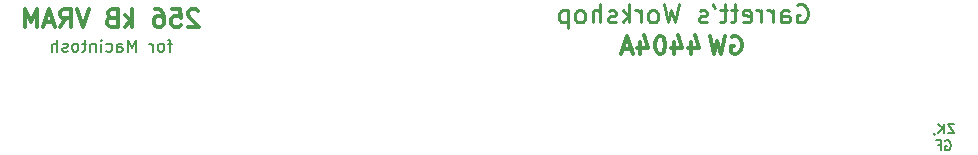
<source format=gbo>
G04 #@! TF.GenerationSoftware,KiCad,Pcbnew,(5.1.10-1-10_14)*
G04 #@! TF.CreationDate,2021-07-01T18:54:41-04:00*
G04 #@! TF.ProjectId,MacVRAMSIMM,4d616356-5241-44d5-9349-4d4d2e6b6963,1.0*
G04 #@! TF.SameCoordinates,Original*
G04 #@! TF.FileFunction,Legend,Bot*
G04 #@! TF.FilePolarity,Positive*
%FSLAX46Y46*%
G04 Gerber Fmt 4.6, Leading zero omitted, Abs format (unit mm)*
G04 Created by KiCad (PCBNEW (5.1.10-1-10_14)) date 2021-07-01 18:54:41*
%MOMM*%
%LPD*%
G01*
G04 APERTURE LIST*
%ADD10C,0.203200*%
%ADD11C,0.300000*%
%ADD12C,0.225000*%
%ADD13C,0.175000*%
%ADD14C,2.150000*%
G04 APERTURE END LIST*
D10*
X168891857Y-124192695D02*
X168349990Y-124192695D01*
X168891857Y-125005495D01*
X168349990Y-125005495D01*
X168040352Y-125005495D02*
X168040352Y-124192695D01*
X167575895Y-125005495D02*
X167924238Y-124541038D01*
X167575895Y-124192695D02*
X168040352Y-124657152D01*
X167188847Y-124966790D02*
X167188847Y-125005495D01*
X167227552Y-125082904D01*
X167266257Y-125121609D01*
X168156466Y-125653800D02*
X168233876Y-125615095D01*
X168349990Y-125615095D01*
X168466104Y-125653800D01*
X168543514Y-125731209D01*
X168582219Y-125808619D01*
X168620923Y-125963438D01*
X168620923Y-126079552D01*
X168582219Y-126234371D01*
X168543514Y-126311780D01*
X168466104Y-126389190D01*
X168349990Y-126427895D01*
X168272580Y-126427895D01*
X168156466Y-126389190D01*
X168117761Y-126350485D01*
X168117761Y-126079552D01*
X168272580Y-126079552D01*
X167498485Y-126002142D02*
X167769419Y-126002142D01*
X167769419Y-126427895D02*
X167769419Y-125615095D01*
X167382371Y-125615095D01*
D11*
X146590786Y-117280571D02*
X146590786Y-118280571D01*
X146947928Y-116709142D02*
X147305071Y-117780571D01*
X146376500Y-117780571D01*
X145162214Y-117280571D02*
X145162214Y-118280571D01*
X145519357Y-116709142D02*
X145876500Y-117780571D01*
X144947928Y-117780571D01*
X144090786Y-116780571D02*
X143947928Y-116780571D01*
X143805071Y-116852000D01*
X143733643Y-116923428D01*
X143662214Y-117066285D01*
X143590786Y-117352000D01*
X143590786Y-117709142D01*
X143662214Y-117994857D01*
X143733643Y-118137714D01*
X143805071Y-118209142D01*
X143947928Y-118280571D01*
X144090786Y-118280571D01*
X144233643Y-118209142D01*
X144305071Y-118137714D01*
X144376500Y-117994857D01*
X144447928Y-117709142D01*
X144447928Y-117352000D01*
X144376500Y-117066285D01*
X144305071Y-116923428D01*
X144233643Y-116852000D01*
X144090786Y-116780571D01*
X142305071Y-117280571D02*
X142305071Y-118280571D01*
X142662214Y-116709142D02*
X143019357Y-117780571D01*
X142090786Y-117780571D01*
X141590786Y-117852000D02*
X140876500Y-117852000D01*
X141733643Y-118280571D02*
X141233643Y-116780571D01*
X140733643Y-118280571D01*
X104902000Y-114626571D02*
X104829428Y-114554000D01*
X104684285Y-114481428D01*
X104321428Y-114481428D01*
X104176285Y-114554000D01*
X104103714Y-114626571D01*
X104031142Y-114771714D01*
X104031142Y-114916857D01*
X104103714Y-115134571D01*
X104974571Y-116005428D01*
X104031142Y-116005428D01*
X102652285Y-114481428D02*
X103378000Y-114481428D01*
X103450571Y-115207142D01*
X103378000Y-115134571D01*
X103232857Y-115062000D01*
X102870000Y-115062000D01*
X102724857Y-115134571D01*
X102652285Y-115207142D01*
X102579714Y-115352285D01*
X102579714Y-115715142D01*
X102652285Y-115860285D01*
X102724857Y-115932857D01*
X102870000Y-116005428D01*
X103232857Y-116005428D01*
X103378000Y-115932857D01*
X103450571Y-115860285D01*
X101273428Y-114481428D02*
X101563714Y-114481428D01*
X101708857Y-114554000D01*
X101781428Y-114626571D01*
X101926571Y-114844285D01*
X101999142Y-115134571D01*
X101999142Y-115715142D01*
X101926571Y-115860285D01*
X101854000Y-115932857D01*
X101708857Y-116005428D01*
X101418571Y-116005428D01*
X101273428Y-115932857D01*
X101200857Y-115860285D01*
X101128285Y-115715142D01*
X101128285Y-115352285D01*
X101200857Y-115207142D01*
X101273428Y-115134571D01*
X101418571Y-115062000D01*
X101708857Y-115062000D01*
X101854000Y-115134571D01*
X101926571Y-115207142D01*
X101999142Y-115352285D01*
X99314000Y-116005428D02*
X99314000Y-114481428D01*
X99168857Y-115424857D02*
X98733428Y-116005428D01*
X98733428Y-114989428D02*
X99314000Y-115570000D01*
X97572285Y-115207142D02*
X97354571Y-115279714D01*
X97282000Y-115352285D01*
X97209428Y-115497428D01*
X97209428Y-115715142D01*
X97282000Y-115860285D01*
X97354571Y-115932857D01*
X97499714Y-116005428D01*
X98080285Y-116005428D01*
X98080285Y-114481428D01*
X97572285Y-114481428D01*
X97427142Y-114554000D01*
X97354571Y-114626571D01*
X97282000Y-114771714D01*
X97282000Y-114916857D01*
X97354571Y-115062000D01*
X97427142Y-115134571D01*
X97572285Y-115207142D01*
X98080285Y-115207142D01*
X95612857Y-114481428D02*
X95104857Y-116005428D01*
X94596857Y-114481428D01*
X93218000Y-116005428D02*
X93726000Y-115279714D01*
X94088857Y-116005428D02*
X94088857Y-114481428D01*
X93508285Y-114481428D01*
X93363142Y-114554000D01*
X93290571Y-114626571D01*
X93218000Y-114771714D01*
X93218000Y-114989428D01*
X93290571Y-115134571D01*
X93363142Y-115207142D01*
X93508285Y-115279714D01*
X94088857Y-115279714D01*
X92637428Y-115570000D02*
X91911714Y-115570000D01*
X92782571Y-116005428D02*
X92274571Y-114481428D01*
X91766571Y-116005428D01*
X91258571Y-116005428D02*
X91258571Y-114481428D01*
X90750571Y-115570000D01*
X90242571Y-114481428D01*
X90242571Y-116005428D01*
D10*
X102688571Y-117409685D02*
X102301523Y-117409685D01*
X102543428Y-118087019D02*
X102543428Y-117216161D01*
X102495047Y-117119400D01*
X102398285Y-117071019D01*
X102301523Y-117071019D01*
X101817714Y-118087019D02*
X101914476Y-118038638D01*
X101962857Y-117990257D01*
X102011238Y-117893495D01*
X102011238Y-117603209D01*
X101962857Y-117506447D01*
X101914476Y-117458066D01*
X101817714Y-117409685D01*
X101672571Y-117409685D01*
X101575809Y-117458066D01*
X101527428Y-117506447D01*
X101479047Y-117603209D01*
X101479047Y-117893495D01*
X101527428Y-117990257D01*
X101575809Y-118038638D01*
X101672571Y-118087019D01*
X101817714Y-118087019D01*
X101043619Y-118087019D02*
X101043619Y-117409685D01*
X101043619Y-117603209D02*
X100995238Y-117506447D01*
X100946857Y-117458066D01*
X100850095Y-117409685D01*
X100753333Y-117409685D01*
X99640571Y-118087019D02*
X99640571Y-117071019D01*
X99301904Y-117796733D01*
X98963238Y-117071019D01*
X98963238Y-118087019D01*
X98044000Y-118087019D02*
X98044000Y-117554828D01*
X98092380Y-117458066D01*
X98189142Y-117409685D01*
X98382666Y-117409685D01*
X98479428Y-117458066D01*
X98044000Y-118038638D02*
X98140761Y-118087019D01*
X98382666Y-118087019D01*
X98479428Y-118038638D01*
X98527809Y-117941876D01*
X98527809Y-117845114D01*
X98479428Y-117748352D01*
X98382666Y-117699971D01*
X98140761Y-117699971D01*
X98044000Y-117651590D01*
X97124761Y-118038638D02*
X97221523Y-118087019D01*
X97415047Y-118087019D01*
X97511809Y-118038638D01*
X97560190Y-117990257D01*
X97608571Y-117893495D01*
X97608571Y-117603209D01*
X97560190Y-117506447D01*
X97511809Y-117458066D01*
X97415047Y-117409685D01*
X97221523Y-117409685D01*
X97124761Y-117458066D01*
X96689333Y-118087019D02*
X96689333Y-117409685D01*
X96689333Y-117071019D02*
X96737714Y-117119400D01*
X96689333Y-117167780D01*
X96640952Y-117119400D01*
X96689333Y-117071019D01*
X96689333Y-117167780D01*
X96205523Y-117409685D02*
X96205523Y-118087019D01*
X96205523Y-117506447D02*
X96157142Y-117458066D01*
X96060380Y-117409685D01*
X95915238Y-117409685D01*
X95818476Y-117458066D01*
X95770095Y-117554828D01*
X95770095Y-118087019D01*
X95431428Y-117409685D02*
X95044380Y-117409685D01*
X95286285Y-117071019D02*
X95286285Y-117941876D01*
X95237904Y-118038638D01*
X95141142Y-118087019D01*
X95044380Y-118087019D01*
X94560571Y-118087019D02*
X94657333Y-118038638D01*
X94705714Y-117990257D01*
X94754095Y-117893495D01*
X94754095Y-117603209D01*
X94705714Y-117506447D01*
X94657333Y-117458066D01*
X94560571Y-117409685D01*
X94415428Y-117409685D01*
X94318666Y-117458066D01*
X94270285Y-117506447D01*
X94221904Y-117603209D01*
X94221904Y-117893495D01*
X94270285Y-117990257D01*
X94318666Y-118038638D01*
X94415428Y-118087019D01*
X94560571Y-118087019D01*
X93834857Y-118038638D02*
X93738095Y-118087019D01*
X93544571Y-118087019D01*
X93447809Y-118038638D01*
X93399428Y-117941876D01*
X93399428Y-117893495D01*
X93447809Y-117796733D01*
X93544571Y-117748352D01*
X93689714Y-117748352D01*
X93786476Y-117699971D01*
X93834857Y-117603209D01*
X93834857Y-117554828D01*
X93786476Y-117458066D01*
X93689714Y-117409685D01*
X93544571Y-117409685D01*
X93447809Y-117458066D01*
X92964000Y-118087019D02*
X92964000Y-117071019D01*
X92528571Y-118087019D02*
X92528571Y-117554828D01*
X92576952Y-117458066D01*
X92673714Y-117409685D01*
X92818857Y-117409685D01*
X92915619Y-117458066D01*
X92964000Y-117506447D01*
D11*
X150072642Y-116852000D02*
X150215499Y-116780571D01*
X150429785Y-116780571D01*
X150644071Y-116852000D01*
X150786928Y-116994857D01*
X150858356Y-117137714D01*
X150929785Y-117423428D01*
X150929785Y-117637714D01*
X150858356Y-117923428D01*
X150786928Y-118066285D01*
X150644071Y-118209142D01*
X150429785Y-118280571D01*
X150286928Y-118280571D01*
X150072642Y-118209142D01*
X150001214Y-118137714D01*
X150001214Y-117637714D01*
X150286928Y-117637714D01*
X149501214Y-116780571D02*
X149144071Y-118280571D01*
X148858356Y-117209142D01*
X148572642Y-118280571D01*
X148215499Y-116780571D01*
D12*
X155638500Y-114173000D02*
X155783642Y-114100428D01*
X156001357Y-114100428D01*
X156219071Y-114173000D01*
X156364214Y-114318142D01*
X156436785Y-114463285D01*
X156509357Y-114753571D01*
X156509357Y-114971285D01*
X156436785Y-115261571D01*
X156364214Y-115406714D01*
X156219071Y-115551857D01*
X156001357Y-115624428D01*
X155856214Y-115624428D01*
X155638500Y-115551857D01*
X155565928Y-115479285D01*
X155565928Y-114971285D01*
X155856214Y-114971285D01*
X154259642Y-115624428D02*
X154259642Y-114826142D01*
X154332214Y-114681000D01*
X154477357Y-114608428D01*
X154767642Y-114608428D01*
X154912785Y-114681000D01*
X154259642Y-115551857D02*
X154404785Y-115624428D01*
X154767642Y-115624428D01*
X154912785Y-115551857D01*
X154985357Y-115406714D01*
X154985357Y-115261571D01*
X154912785Y-115116428D01*
X154767642Y-115043857D01*
X154404785Y-115043857D01*
X154259642Y-114971285D01*
X153533928Y-115624428D02*
X153533928Y-114608428D01*
X153533928Y-114898714D02*
X153461357Y-114753571D01*
X153388785Y-114681000D01*
X153243642Y-114608428D01*
X153098500Y-114608428D01*
X152590500Y-115624428D02*
X152590500Y-114608428D01*
X152590500Y-114898714D02*
X152517928Y-114753571D01*
X152445357Y-114681000D01*
X152300214Y-114608428D01*
X152155071Y-114608428D01*
X151066500Y-115551857D02*
X151211642Y-115624428D01*
X151501928Y-115624428D01*
X151647071Y-115551857D01*
X151719642Y-115406714D01*
X151719642Y-114826142D01*
X151647071Y-114681000D01*
X151501928Y-114608428D01*
X151211642Y-114608428D01*
X151066500Y-114681000D01*
X150993928Y-114826142D01*
X150993928Y-114971285D01*
X151719642Y-115116428D01*
X150558500Y-114608428D02*
X149977928Y-114608428D01*
X150340785Y-114100428D02*
X150340785Y-115406714D01*
X150268214Y-115551857D01*
X150123071Y-115624428D01*
X149977928Y-115624428D01*
X149687642Y-114608428D02*
X149107071Y-114608428D01*
X149469928Y-114100428D02*
X149469928Y-115406714D01*
X149397357Y-115551857D01*
X149252214Y-115624428D01*
X149107071Y-115624428D01*
X148526500Y-114100428D02*
X148526500Y-114173000D01*
X148599071Y-114318142D01*
X148671642Y-114390714D01*
X147945928Y-115551857D02*
X147800785Y-115624428D01*
X147510500Y-115624428D01*
X147365357Y-115551857D01*
X147292785Y-115406714D01*
X147292785Y-115334142D01*
X147365357Y-115189000D01*
X147510500Y-115116428D01*
X147728214Y-115116428D01*
X147873357Y-115043857D01*
X147945928Y-114898714D01*
X147945928Y-114826142D01*
X147873357Y-114681000D01*
X147728214Y-114608428D01*
X147510500Y-114608428D01*
X147365357Y-114681000D01*
X145623642Y-114100428D02*
X145260785Y-115624428D01*
X144970500Y-114535857D01*
X144680214Y-115624428D01*
X144317357Y-114100428D01*
X143519071Y-115624428D02*
X143664214Y-115551857D01*
X143736785Y-115479285D01*
X143809357Y-115334142D01*
X143809357Y-114898714D01*
X143736785Y-114753571D01*
X143664214Y-114681000D01*
X143519071Y-114608428D01*
X143301357Y-114608428D01*
X143156214Y-114681000D01*
X143083642Y-114753571D01*
X143011071Y-114898714D01*
X143011071Y-115334142D01*
X143083642Y-115479285D01*
X143156214Y-115551857D01*
X143301357Y-115624428D01*
X143519071Y-115624428D01*
X142357928Y-115624428D02*
X142357928Y-114608428D01*
X142357928Y-114898714D02*
X142285357Y-114753571D01*
X142212785Y-114681000D01*
X142067642Y-114608428D01*
X141922500Y-114608428D01*
X141414500Y-115624428D02*
X141414500Y-114100428D01*
X141269357Y-115043857D02*
X140833928Y-115624428D01*
X140833928Y-114608428D02*
X141414500Y-115189000D01*
X140253357Y-115551857D02*
X140108214Y-115624428D01*
X139817928Y-115624428D01*
X139672785Y-115551857D01*
X139600214Y-115406714D01*
X139600214Y-115334142D01*
X139672785Y-115189000D01*
X139817928Y-115116428D01*
X140035642Y-115116428D01*
X140180785Y-115043857D01*
X140253357Y-114898714D01*
X140253357Y-114826142D01*
X140180785Y-114681000D01*
X140035642Y-114608428D01*
X139817928Y-114608428D01*
X139672785Y-114681000D01*
X138947071Y-115624428D02*
X138947071Y-114100428D01*
X138293928Y-115624428D02*
X138293928Y-114826142D01*
X138366500Y-114681000D01*
X138511642Y-114608428D01*
X138729357Y-114608428D01*
X138874500Y-114681000D01*
X138947071Y-114753571D01*
X137350500Y-115624428D02*
X137495642Y-115551857D01*
X137568214Y-115479285D01*
X137640785Y-115334142D01*
X137640785Y-114898714D01*
X137568214Y-114753571D01*
X137495642Y-114681000D01*
X137350500Y-114608428D01*
X137132785Y-114608428D01*
X136987642Y-114681000D01*
X136915071Y-114753571D01*
X136842500Y-114898714D01*
X136842500Y-115334142D01*
X136915071Y-115479285D01*
X136987642Y-115551857D01*
X137132785Y-115624428D01*
X137350500Y-115624428D01*
X136189357Y-114608428D02*
X136189357Y-116132428D01*
X136189357Y-114681000D02*
X136044214Y-114608428D01*
X135753928Y-114608428D01*
X135608785Y-114681000D01*
X135536214Y-114753571D01*
X135463642Y-114898714D01*
X135463642Y-115334142D01*
X135536214Y-115479285D01*
X135608785Y-115551857D01*
X135753928Y-115624428D01*
X136044214Y-115624428D01*
X136189357Y-115551857D01*
%LPC*%
D13*
G36*
X165735000Y-127635000D02*
G01*
X123825000Y-127635000D01*
X123317000Y-125031500D01*
X166243000Y-125031500D01*
X165735000Y-127635000D01*
G37*
X165735000Y-127635000D02*
X123825000Y-127635000D01*
X123317000Y-125031500D01*
X166243000Y-125031500D01*
X165735000Y-127635000D01*
G36*
X117475000Y-127635000D02*
G01*
X75565000Y-127635000D01*
X75057000Y-125031500D01*
X117983000Y-125031500D01*
X117475000Y-127635000D01*
G37*
X117475000Y-127635000D02*
X75565000Y-127635000D01*
X75057000Y-125031500D01*
X117983000Y-125031500D01*
X117475000Y-127635000D01*
G36*
G01*
X165139300Y-127233440D02*
X165139300Y-124988560D01*
G75*
G02*
X165615860Y-124512000I476560J0D01*
G01*
X165854140Y-124512000D01*
G75*
G02*
X166330700Y-124988560I0J-476560D01*
G01*
X166330700Y-127233440D01*
G75*
G02*
X165854140Y-127710000I-476560J0D01*
G01*
X165615860Y-127710000D01*
G75*
G02*
X165139300Y-127233440I0J476560D01*
G01*
G37*
G36*
G01*
X163869300Y-127233440D02*
X163869300Y-124988560D01*
G75*
G02*
X164345860Y-124512000I476560J0D01*
G01*
X164584140Y-124512000D01*
G75*
G02*
X165060700Y-124988560I0J-476560D01*
G01*
X165060700Y-127233440D01*
G75*
G02*
X164584140Y-127710000I-476560J0D01*
G01*
X164345860Y-127710000D01*
G75*
G02*
X163869300Y-127233440I0J476560D01*
G01*
G37*
G36*
G01*
X162599300Y-127233440D02*
X162599300Y-124988560D01*
G75*
G02*
X163075860Y-124512000I476560J0D01*
G01*
X163314140Y-124512000D01*
G75*
G02*
X163790700Y-124988560I0J-476560D01*
G01*
X163790700Y-127233440D01*
G75*
G02*
X163314140Y-127710000I-476560J0D01*
G01*
X163075860Y-127710000D01*
G75*
G02*
X162599300Y-127233440I0J476560D01*
G01*
G37*
G36*
G01*
X161329300Y-127233440D02*
X161329300Y-124988560D01*
G75*
G02*
X161805860Y-124512000I476560J0D01*
G01*
X162044140Y-124512000D01*
G75*
G02*
X162520700Y-124988560I0J-476560D01*
G01*
X162520700Y-127233440D01*
G75*
G02*
X162044140Y-127710000I-476560J0D01*
G01*
X161805860Y-127710000D01*
G75*
G02*
X161329300Y-127233440I0J476560D01*
G01*
G37*
G36*
G01*
X160059300Y-127233440D02*
X160059300Y-124988560D01*
G75*
G02*
X160535860Y-124512000I476560J0D01*
G01*
X160774140Y-124512000D01*
G75*
G02*
X161250700Y-124988560I0J-476560D01*
G01*
X161250700Y-127233440D01*
G75*
G02*
X160774140Y-127710000I-476560J0D01*
G01*
X160535860Y-127710000D01*
G75*
G02*
X160059300Y-127233440I0J476560D01*
G01*
G37*
G36*
G01*
X158789300Y-127233440D02*
X158789300Y-124988560D01*
G75*
G02*
X159265860Y-124512000I476560J0D01*
G01*
X159504140Y-124512000D01*
G75*
G02*
X159980700Y-124988560I0J-476560D01*
G01*
X159980700Y-127233440D01*
G75*
G02*
X159504140Y-127710000I-476560J0D01*
G01*
X159265860Y-127710000D01*
G75*
G02*
X158789300Y-127233440I0J476560D01*
G01*
G37*
G36*
G01*
X157519300Y-127233440D02*
X157519300Y-124988560D01*
G75*
G02*
X157995860Y-124512000I476560J0D01*
G01*
X158234140Y-124512000D01*
G75*
G02*
X158710700Y-124988560I0J-476560D01*
G01*
X158710700Y-127233440D01*
G75*
G02*
X158234140Y-127710000I-476560J0D01*
G01*
X157995860Y-127710000D01*
G75*
G02*
X157519300Y-127233440I0J476560D01*
G01*
G37*
G36*
G01*
X156249300Y-127233440D02*
X156249300Y-124988560D01*
G75*
G02*
X156725860Y-124512000I476560J0D01*
G01*
X156964140Y-124512000D01*
G75*
G02*
X157440700Y-124988560I0J-476560D01*
G01*
X157440700Y-127233440D01*
G75*
G02*
X156964140Y-127710000I-476560J0D01*
G01*
X156725860Y-127710000D01*
G75*
G02*
X156249300Y-127233440I0J476560D01*
G01*
G37*
G36*
G01*
X154979300Y-127233440D02*
X154979300Y-124988560D01*
G75*
G02*
X155455860Y-124512000I476560J0D01*
G01*
X155694140Y-124512000D01*
G75*
G02*
X156170700Y-124988560I0J-476560D01*
G01*
X156170700Y-127233440D01*
G75*
G02*
X155694140Y-127710000I-476560J0D01*
G01*
X155455860Y-127710000D01*
G75*
G02*
X154979300Y-127233440I0J476560D01*
G01*
G37*
G36*
G01*
X153709300Y-127233440D02*
X153709300Y-124988560D01*
G75*
G02*
X154185860Y-124512000I476560J0D01*
G01*
X154424140Y-124512000D01*
G75*
G02*
X154900700Y-124988560I0J-476560D01*
G01*
X154900700Y-127233440D01*
G75*
G02*
X154424140Y-127710000I-476560J0D01*
G01*
X154185860Y-127710000D01*
G75*
G02*
X153709300Y-127233440I0J476560D01*
G01*
G37*
G36*
G01*
X152439300Y-127233440D02*
X152439300Y-124988560D01*
G75*
G02*
X152915860Y-124512000I476560J0D01*
G01*
X153154140Y-124512000D01*
G75*
G02*
X153630700Y-124988560I0J-476560D01*
G01*
X153630700Y-127233440D01*
G75*
G02*
X153154140Y-127710000I-476560J0D01*
G01*
X152915860Y-127710000D01*
G75*
G02*
X152439300Y-127233440I0J476560D01*
G01*
G37*
G36*
G01*
X151169300Y-127233440D02*
X151169300Y-124988560D01*
G75*
G02*
X151645860Y-124512000I476560J0D01*
G01*
X151884140Y-124512000D01*
G75*
G02*
X152360700Y-124988560I0J-476560D01*
G01*
X152360700Y-127233440D01*
G75*
G02*
X151884140Y-127710000I-476560J0D01*
G01*
X151645860Y-127710000D01*
G75*
G02*
X151169300Y-127233440I0J476560D01*
G01*
G37*
G36*
G01*
X149899300Y-127233440D02*
X149899300Y-124988560D01*
G75*
G02*
X150375860Y-124512000I476560J0D01*
G01*
X150614140Y-124512000D01*
G75*
G02*
X151090700Y-124988560I0J-476560D01*
G01*
X151090700Y-127233440D01*
G75*
G02*
X150614140Y-127710000I-476560J0D01*
G01*
X150375860Y-127710000D01*
G75*
G02*
X149899300Y-127233440I0J476560D01*
G01*
G37*
G36*
G01*
X148629300Y-127233440D02*
X148629300Y-124988560D01*
G75*
G02*
X149105860Y-124512000I476560J0D01*
G01*
X149344140Y-124512000D01*
G75*
G02*
X149820700Y-124988560I0J-476560D01*
G01*
X149820700Y-127233440D01*
G75*
G02*
X149344140Y-127710000I-476560J0D01*
G01*
X149105860Y-127710000D01*
G75*
G02*
X148629300Y-127233440I0J476560D01*
G01*
G37*
G36*
G01*
X147359300Y-127233440D02*
X147359300Y-124988560D01*
G75*
G02*
X147835860Y-124512000I476560J0D01*
G01*
X148074140Y-124512000D01*
G75*
G02*
X148550700Y-124988560I0J-476560D01*
G01*
X148550700Y-127233440D01*
G75*
G02*
X148074140Y-127710000I-476560J0D01*
G01*
X147835860Y-127710000D01*
G75*
G02*
X147359300Y-127233440I0J476560D01*
G01*
G37*
G36*
G01*
X146089300Y-127233440D02*
X146089300Y-124988560D01*
G75*
G02*
X146565860Y-124512000I476560J0D01*
G01*
X146804140Y-124512000D01*
G75*
G02*
X147280700Y-124988560I0J-476560D01*
G01*
X147280700Y-127233440D01*
G75*
G02*
X146804140Y-127710000I-476560J0D01*
G01*
X146565860Y-127710000D01*
G75*
G02*
X146089300Y-127233440I0J476560D01*
G01*
G37*
G36*
G01*
X144819300Y-127233440D02*
X144819300Y-124988560D01*
G75*
G02*
X145295860Y-124512000I476560J0D01*
G01*
X145534140Y-124512000D01*
G75*
G02*
X146010700Y-124988560I0J-476560D01*
G01*
X146010700Y-127233440D01*
G75*
G02*
X145534140Y-127710000I-476560J0D01*
G01*
X145295860Y-127710000D01*
G75*
G02*
X144819300Y-127233440I0J476560D01*
G01*
G37*
G36*
G01*
X143549300Y-127233440D02*
X143549300Y-124988560D01*
G75*
G02*
X144025860Y-124512000I476560J0D01*
G01*
X144264140Y-124512000D01*
G75*
G02*
X144740700Y-124988560I0J-476560D01*
G01*
X144740700Y-127233440D01*
G75*
G02*
X144264140Y-127710000I-476560J0D01*
G01*
X144025860Y-127710000D01*
G75*
G02*
X143549300Y-127233440I0J476560D01*
G01*
G37*
G36*
G01*
X142279300Y-127233440D02*
X142279300Y-124988560D01*
G75*
G02*
X142755860Y-124512000I476560J0D01*
G01*
X142994140Y-124512000D01*
G75*
G02*
X143470700Y-124988560I0J-476560D01*
G01*
X143470700Y-127233440D01*
G75*
G02*
X142994140Y-127710000I-476560J0D01*
G01*
X142755860Y-127710000D01*
G75*
G02*
X142279300Y-127233440I0J476560D01*
G01*
G37*
G36*
G01*
X141009300Y-127233440D02*
X141009300Y-124988560D01*
G75*
G02*
X141485860Y-124512000I476560J0D01*
G01*
X141724140Y-124512000D01*
G75*
G02*
X142200700Y-124988560I0J-476560D01*
G01*
X142200700Y-127233440D01*
G75*
G02*
X141724140Y-127710000I-476560J0D01*
G01*
X141485860Y-127710000D01*
G75*
G02*
X141009300Y-127233440I0J476560D01*
G01*
G37*
G36*
G01*
X139739300Y-127233440D02*
X139739300Y-124988560D01*
G75*
G02*
X140215860Y-124512000I476560J0D01*
G01*
X140454140Y-124512000D01*
G75*
G02*
X140930700Y-124988560I0J-476560D01*
G01*
X140930700Y-127233440D01*
G75*
G02*
X140454140Y-127710000I-476560J0D01*
G01*
X140215860Y-127710000D01*
G75*
G02*
X139739300Y-127233440I0J476560D01*
G01*
G37*
G36*
G01*
X138469300Y-127233440D02*
X138469300Y-124988560D01*
G75*
G02*
X138945860Y-124512000I476560J0D01*
G01*
X139184140Y-124512000D01*
G75*
G02*
X139660700Y-124988560I0J-476560D01*
G01*
X139660700Y-127233440D01*
G75*
G02*
X139184140Y-127710000I-476560J0D01*
G01*
X138945860Y-127710000D01*
G75*
G02*
X138469300Y-127233440I0J476560D01*
G01*
G37*
G36*
G01*
X137199300Y-127233440D02*
X137199300Y-124988560D01*
G75*
G02*
X137675860Y-124512000I476560J0D01*
G01*
X137914140Y-124512000D01*
G75*
G02*
X138390700Y-124988560I0J-476560D01*
G01*
X138390700Y-127233440D01*
G75*
G02*
X137914140Y-127710000I-476560J0D01*
G01*
X137675860Y-127710000D01*
G75*
G02*
X137199300Y-127233440I0J476560D01*
G01*
G37*
G36*
G01*
X135929300Y-127233440D02*
X135929300Y-124988560D01*
G75*
G02*
X136405860Y-124512000I476560J0D01*
G01*
X136644140Y-124512000D01*
G75*
G02*
X137120700Y-124988560I0J-476560D01*
G01*
X137120700Y-127233440D01*
G75*
G02*
X136644140Y-127710000I-476560J0D01*
G01*
X136405860Y-127710000D01*
G75*
G02*
X135929300Y-127233440I0J476560D01*
G01*
G37*
G36*
G01*
X134659300Y-127233440D02*
X134659300Y-124988560D01*
G75*
G02*
X135135860Y-124512000I476560J0D01*
G01*
X135374140Y-124512000D01*
G75*
G02*
X135850700Y-124988560I0J-476560D01*
G01*
X135850700Y-127233440D01*
G75*
G02*
X135374140Y-127710000I-476560J0D01*
G01*
X135135860Y-127710000D01*
G75*
G02*
X134659300Y-127233440I0J476560D01*
G01*
G37*
G36*
G01*
X133389300Y-127233440D02*
X133389300Y-124988560D01*
G75*
G02*
X133865860Y-124512000I476560J0D01*
G01*
X134104140Y-124512000D01*
G75*
G02*
X134580700Y-124988560I0J-476560D01*
G01*
X134580700Y-127233440D01*
G75*
G02*
X134104140Y-127710000I-476560J0D01*
G01*
X133865860Y-127710000D01*
G75*
G02*
X133389300Y-127233440I0J476560D01*
G01*
G37*
G36*
G01*
X132119300Y-127233440D02*
X132119300Y-124988560D01*
G75*
G02*
X132595860Y-124512000I476560J0D01*
G01*
X132834140Y-124512000D01*
G75*
G02*
X133310700Y-124988560I0J-476560D01*
G01*
X133310700Y-127233440D01*
G75*
G02*
X132834140Y-127710000I-476560J0D01*
G01*
X132595860Y-127710000D01*
G75*
G02*
X132119300Y-127233440I0J476560D01*
G01*
G37*
G36*
G01*
X130849300Y-127233440D02*
X130849300Y-124988560D01*
G75*
G02*
X131325860Y-124512000I476560J0D01*
G01*
X131564140Y-124512000D01*
G75*
G02*
X132040700Y-124988560I0J-476560D01*
G01*
X132040700Y-127233440D01*
G75*
G02*
X131564140Y-127710000I-476560J0D01*
G01*
X131325860Y-127710000D01*
G75*
G02*
X130849300Y-127233440I0J476560D01*
G01*
G37*
G36*
G01*
X129579300Y-127233440D02*
X129579300Y-124988560D01*
G75*
G02*
X130055860Y-124512000I476560J0D01*
G01*
X130294140Y-124512000D01*
G75*
G02*
X130770700Y-124988560I0J-476560D01*
G01*
X130770700Y-127233440D01*
G75*
G02*
X130294140Y-127710000I-476560J0D01*
G01*
X130055860Y-127710000D01*
G75*
G02*
X129579300Y-127233440I0J476560D01*
G01*
G37*
G36*
G01*
X128309300Y-127233440D02*
X128309300Y-124988560D01*
G75*
G02*
X128785860Y-124512000I476560J0D01*
G01*
X129024140Y-124512000D01*
G75*
G02*
X129500700Y-124988560I0J-476560D01*
G01*
X129500700Y-127233440D01*
G75*
G02*
X129024140Y-127710000I-476560J0D01*
G01*
X128785860Y-127710000D01*
G75*
G02*
X128309300Y-127233440I0J476560D01*
G01*
G37*
G36*
G01*
X127039300Y-127233440D02*
X127039300Y-124988560D01*
G75*
G02*
X127515860Y-124512000I476560J0D01*
G01*
X127754140Y-124512000D01*
G75*
G02*
X128230700Y-124988560I0J-476560D01*
G01*
X128230700Y-127233440D01*
G75*
G02*
X127754140Y-127710000I-476560J0D01*
G01*
X127515860Y-127710000D01*
G75*
G02*
X127039300Y-127233440I0J476560D01*
G01*
G37*
G36*
G01*
X125769300Y-127233440D02*
X125769300Y-124988560D01*
G75*
G02*
X126245860Y-124512000I476560J0D01*
G01*
X126484140Y-124512000D01*
G75*
G02*
X126960700Y-124988560I0J-476560D01*
G01*
X126960700Y-127233440D01*
G75*
G02*
X126484140Y-127710000I-476560J0D01*
G01*
X126245860Y-127710000D01*
G75*
G02*
X125769300Y-127233440I0J476560D01*
G01*
G37*
G36*
G01*
X124499300Y-127233440D02*
X124499300Y-124988560D01*
G75*
G02*
X124975860Y-124512000I476560J0D01*
G01*
X125214140Y-124512000D01*
G75*
G02*
X125690700Y-124988560I0J-476560D01*
G01*
X125690700Y-127233440D01*
G75*
G02*
X125214140Y-127710000I-476560J0D01*
G01*
X124975860Y-127710000D01*
G75*
G02*
X124499300Y-127233440I0J476560D01*
G01*
G37*
G36*
G01*
X123229300Y-127233440D02*
X123229300Y-124988560D01*
G75*
G02*
X123705860Y-124512000I476560J0D01*
G01*
X123944140Y-124512000D01*
G75*
G02*
X124420700Y-124988560I0J-476560D01*
G01*
X124420700Y-127233440D01*
G75*
G02*
X123944140Y-127710000I-476560J0D01*
G01*
X123705860Y-127710000D01*
G75*
G02*
X123229300Y-127233440I0J476560D01*
G01*
G37*
G36*
G01*
X116879300Y-127233440D02*
X116879300Y-124988560D01*
G75*
G02*
X117355860Y-124512000I476560J0D01*
G01*
X117594140Y-124512000D01*
G75*
G02*
X118070700Y-124988560I0J-476560D01*
G01*
X118070700Y-127233440D01*
G75*
G02*
X117594140Y-127710000I-476560J0D01*
G01*
X117355860Y-127710000D01*
G75*
G02*
X116879300Y-127233440I0J476560D01*
G01*
G37*
G36*
G01*
X115609300Y-127233440D02*
X115609300Y-124988560D01*
G75*
G02*
X116085860Y-124512000I476560J0D01*
G01*
X116324140Y-124512000D01*
G75*
G02*
X116800700Y-124988560I0J-476560D01*
G01*
X116800700Y-127233440D01*
G75*
G02*
X116324140Y-127710000I-476560J0D01*
G01*
X116085860Y-127710000D01*
G75*
G02*
X115609300Y-127233440I0J476560D01*
G01*
G37*
G36*
G01*
X114339300Y-127233440D02*
X114339300Y-124988560D01*
G75*
G02*
X114815860Y-124512000I476560J0D01*
G01*
X115054140Y-124512000D01*
G75*
G02*
X115530700Y-124988560I0J-476560D01*
G01*
X115530700Y-127233440D01*
G75*
G02*
X115054140Y-127710000I-476560J0D01*
G01*
X114815860Y-127710000D01*
G75*
G02*
X114339300Y-127233440I0J476560D01*
G01*
G37*
G36*
G01*
X113069300Y-127233440D02*
X113069300Y-124988560D01*
G75*
G02*
X113545860Y-124512000I476560J0D01*
G01*
X113784140Y-124512000D01*
G75*
G02*
X114260700Y-124988560I0J-476560D01*
G01*
X114260700Y-127233440D01*
G75*
G02*
X113784140Y-127710000I-476560J0D01*
G01*
X113545860Y-127710000D01*
G75*
G02*
X113069300Y-127233440I0J476560D01*
G01*
G37*
G36*
G01*
X111799300Y-127233440D02*
X111799300Y-124988560D01*
G75*
G02*
X112275860Y-124512000I476560J0D01*
G01*
X112514140Y-124512000D01*
G75*
G02*
X112990700Y-124988560I0J-476560D01*
G01*
X112990700Y-127233440D01*
G75*
G02*
X112514140Y-127710000I-476560J0D01*
G01*
X112275860Y-127710000D01*
G75*
G02*
X111799300Y-127233440I0J476560D01*
G01*
G37*
G36*
G01*
X110529300Y-127233440D02*
X110529300Y-124988560D01*
G75*
G02*
X111005860Y-124512000I476560J0D01*
G01*
X111244140Y-124512000D01*
G75*
G02*
X111720700Y-124988560I0J-476560D01*
G01*
X111720700Y-127233440D01*
G75*
G02*
X111244140Y-127710000I-476560J0D01*
G01*
X111005860Y-127710000D01*
G75*
G02*
X110529300Y-127233440I0J476560D01*
G01*
G37*
G36*
G01*
X109259300Y-127233440D02*
X109259300Y-124988560D01*
G75*
G02*
X109735860Y-124512000I476560J0D01*
G01*
X109974140Y-124512000D01*
G75*
G02*
X110450700Y-124988560I0J-476560D01*
G01*
X110450700Y-127233440D01*
G75*
G02*
X109974140Y-127710000I-476560J0D01*
G01*
X109735860Y-127710000D01*
G75*
G02*
X109259300Y-127233440I0J476560D01*
G01*
G37*
G36*
G01*
X107989300Y-127233440D02*
X107989300Y-124988560D01*
G75*
G02*
X108465860Y-124512000I476560J0D01*
G01*
X108704140Y-124512000D01*
G75*
G02*
X109180700Y-124988560I0J-476560D01*
G01*
X109180700Y-127233440D01*
G75*
G02*
X108704140Y-127710000I-476560J0D01*
G01*
X108465860Y-127710000D01*
G75*
G02*
X107989300Y-127233440I0J476560D01*
G01*
G37*
G36*
G01*
X106719300Y-127233440D02*
X106719300Y-124988560D01*
G75*
G02*
X107195860Y-124512000I476560J0D01*
G01*
X107434140Y-124512000D01*
G75*
G02*
X107910700Y-124988560I0J-476560D01*
G01*
X107910700Y-127233440D01*
G75*
G02*
X107434140Y-127710000I-476560J0D01*
G01*
X107195860Y-127710000D01*
G75*
G02*
X106719300Y-127233440I0J476560D01*
G01*
G37*
G36*
G01*
X105449300Y-127233440D02*
X105449300Y-124988560D01*
G75*
G02*
X105925860Y-124512000I476560J0D01*
G01*
X106164140Y-124512000D01*
G75*
G02*
X106640700Y-124988560I0J-476560D01*
G01*
X106640700Y-127233440D01*
G75*
G02*
X106164140Y-127710000I-476560J0D01*
G01*
X105925860Y-127710000D01*
G75*
G02*
X105449300Y-127233440I0J476560D01*
G01*
G37*
G36*
G01*
X104179300Y-127233440D02*
X104179300Y-124988560D01*
G75*
G02*
X104655860Y-124512000I476560J0D01*
G01*
X104894140Y-124512000D01*
G75*
G02*
X105370700Y-124988560I0J-476560D01*
G01*
X105370700Y-127233440D01*
G75*
G02*
X104894140Y-127710000I-476560J0D01*
G01*
X104655860Y-127710000D01*
G75*
G02*
X104179300Y-127233440I0J476560D01*
G01*
G37*
G36*
G01*
X102909300Y-127233440D02*
X102909300Y-124988560D01*
G75*
G02*
X103385860Y-124512000I476560J0D01*
G01*
X103624140Y-124512000D01*
G75*
G02*
X104100700Y-124988560I0J-476560D01*
G01*
X104100700Y-127233440D01*
G75*
G02*
X103624140Y-127710000I-476560J0D01*
G01*
X103385860Y-127710000D01*
G75*
G02*
X102909300Y-127233440I0J476560D01*
G01*
G37*
G36*
G01*
X101639300Y-127233440D02*
X101639300Y-124988560D01*
G75*
G02*
X102115860Y-124512000I476560J0D01*
G01*
X102354140Y-124512000D01*
G75*
G02*
X102830700Y-124988560I0J-476560D01*
G01*
X102830700Y-127233440D01*
G75*
G02*
X102354140Y-127710000I-476560J0D01*
G01*
X102115860Y-127710000D01*
G75*
G02*
X101639300Y-127233440I0J476560D01*
G01*
G37*
G36*
G01*
X100369300Y-127233440D02*
X100369300Y-124988560D01*
G75*
G02*
X100845860Y-124512000I476560J0D01*
G01*
X101084140Y-124512000D01*
G75*
G02*
X101560700Y-124988560I0J-476560D01*
G01*
X101560700Y-127233440D01*
G75*
G02*
X101084140Y-127710000I-476560J0D01*
G01*
X100845860Y-127710000D01*
G75*
G02*
X100369300Y-127233440I0J476560D01*
G01*
G37*
G36*
G01*
X99099300Y-127233440D02*
X99099300Y-124988560D01*
G75*
G02*
X99575860Y-124512000I476560J0D01*
G01*
X99814140Y-124512000D01*
G75*
G02*
X100290700Y-124988560I0J-476560D01*
G01*
X100290700Y-127233440D01*
G75*
G02*
X99814140Y-127710000I-476560J0D01*
G01*
X99575860Y-127710000D01*
G75*
G02*
X99099300Y-127233440I0J476560D01*
G01*
G37*
G36*
G01*
X97829300Y-127233440D02*
X97829300Y-124988560D01*
G75*
G02*
X98305860Y-124512000I476560J0D01*
G01*
X98544140Y-124512000D01*
G75*
G02*
X99020700Y-124988560I0J-476560D01*
G01*
X99020700Y-127233440D01*
G75*
G02*
X98544140Y-127710000I-476560J0D01*
G01*
X98305860Y-127710000D01*
G75*
G02*
X97829300Y-127233440I0J476560D01*
G01*
G37*
G36*
G01*
X96559300Y-127233440D02*
X96559300Y-124988560D01*
G75*
G02*
X97035860Y-124512000I476560J0D01*
G01*
X97274140Y-124512000D01*
G75*
G02*
X97750700Y-124988560I0J-476560D01*
G01*
X97750700Y-127233440D01*
G75*
G02*
X97274140Y-127710000I-476560J0D01*
G01*
X97035860Y-127710000D01*
G75*
G02*
X96559300Y-127233440I0J476560D01*
G01*
G37*
G36*
G01*
X95289300Y-127233440D02*
X95289300Y-124988560D01*
G75*
G02*
X95765860Y-124512000I476560J0D01*
G01*
X96004140Y-124512000D01*
G75*
G02*
X96480700Y-124988560I0J-476560D01*
G01*
X96480700Y-127233440D01*
G75*
G02*
X96004140Y-127710000I-476560J0D01*
G01*
X95765860Y-127710000D01*
G75*
G02*
X95289300Y-127233440I0J476560D01*
G01*
G37*
G36*
G01*
X94019300Y-127233440D02*
X94019300Y-124988560D01*
G75*
G02*
X94495860Y-124512000I476560J0D01*
G01*
X94734140Y-124512000D01*
G75*
G02*
X95210700Y-124988560I0J-476560D01*
G01*
X95210700Y-127233440D01*
G75*
G02*
X94734140Y-127710000I-476560J0D01*
G01*
X94495860Y-127710000D01*
G75*
G02*
X94019300Y-127233440I0J476560D01*
G01*
G37*
G36*
G01*
X92749300Y-127233440D02*
X92749300Y-124988560D01*
G75*
G02*
X93225860Y-124512000I476560J0D01*
G01*
X93464140Y-124512000D01*
G75*
G02*
X93940700Y-124988560I0J-476560D01*
G01*
X93940700Y-127233440D01*
G75*
G02*
X93464140Y-127710000I-476560J0D01*
G01*
X93225860Y-127710000D01*
G75*
G02*
X92749300Y-127233440I0J476560D01*
G01*
G37*
G36*
G01*
X91479300Y-127233440D02*
X91479300Y-124988560D01*
G75*
G02*
X91955860Y-124512000I476560J0D01*
G01*
X92194140Y-124512000D01*
G75*
G02*
X92670700Y-124988560I0J-476560D01*
G01*
X92670700Y-127233440D01*
G75*
G02*
X92194140Y-127710000I-476560J0D01*
G01*
X91955860Y-127710000D01*
G75*
G02*
X91479300Y-127233440I0J476560D01*
G01*
G37*
G36*
G01*
X90209300Y-127233440D02*
X90209300Y-124988560D01*
G75*
G02*
X90685860Y-124512000I476560J0D01*
G01*
X90924140Y-124512000D01*
G75*
G02*
X91400700Y-124988560I0J-476560D01*
G01*
X91400700Y-127233440D01*
G75*
G02*
X90924140Y-127710000I-476560J0D01*
G01*
X90685860Y-127710000D01*
G75*
G02*
X90209300Y-127233440I0J476560D01*
G01*
G37*
G36*
G01*
X88939300Y-127233440D02*
X88939300Y-124988560D01*
G75*
G02*
X89415860Y-124512000I476560J0D01*
G01*
X89654140Y-124512000D01*
G75*
G02*
X90130700Y-124988560I0J-476560D01*
G01*
X90130700Y-127233440D01*
G75*
G02*
X89654140Y-127710000I-476560J0D01*
G01*
X89415860Y-127710000D01*
G75*
G02*
X88939300Y-127233440I0J476560D01*
G01*
G37*
G36*
G01*
X87669300Y-127233440D02*
X87669300Y-124988560D01*
G75*
G02*
X88145860Y-124512000I476560J0D01*
G01*
X88384140Y-124512000D01*
G75*
G02*
X88860700Y-124988560I0J-476560D01*
G01*
X88860700Y-127233440D01*
G75*
G02*
X88384140Y-127710000I-476560J0D01*
G01*
X88145860Y-127710000D01*
G75*
G02*
X87669300Y-127233440I0J476560D01*
G01*
G37*
G36*
G01*
X86399300Y-127233440D02*
X86399300Y-124988560D01*
G75*
G02*
X86875860Y-124512000I476560J0D01*
G01*
X87114140Y-124512000D01*
G75*
G02*
X87590700Y-124988560I0J-476560D01*
G01*
X87590700Y-127233440D01*
G75*
G02*
X87114140Y-127710000I-476560J0D01*
G01*
X86875860Y-127710000D01*
G75*
G02*
X86399300Y-127233440I0J476560D01*
G01*
G37*
G36*
G01*
X85129300Y-127233440D02*
X85129300Y-124988560D01*
G75*
G02*
X85605860Y-124512000I476560J0D01*
G01*
X85844140Y-124512000D01*
G75*
G02*
X86320700Y-124988560I0J-476560D01*
G01*
X86320700Y-127233440D01*
G75*
G02*
X85844140Y-127710000I-476560J0D01*
G01*
X85605860Y-127710000D01*
G75*
G02*
X85129300Y-127233440I0J476560D01*
G01*
G37*
G36*
G01*
X83859300Y-127233440D02*
X83859300Y-124988560D01*
G75*
G02*
X84335860Y-124512000I476560J0D01*
G01*
X84574140Y-124512000D01*
G75*
G02*
X85050700Y-124988560I0J-476560D01*
G01*
X85050700Y-127233440D01*
G75*
G02*
X84574140Y-127710000I-476560J0D01*
G01*
X84335860Y-127710000D01*
G75*
G02*
X83859300Y-127233440I0J476560D01*
G01*
G37*
G36*
G01*
X82589300Y-127233440D02*
X82589300Y-124988560D01*
G75*
G02*
X83065860Y-124512000I476560J0D01*
G01*
X83304140Y-124512000D01*
G75*
G02*
X83780700Y-124988560I0J-476560D01*
G01*
X83780700Y-127233440D01*
G75*
G02*
X83304140Y-127710000I-476560J0D01*
G01*
X83065860Y-127710000D01*
G75*
G02*
X82589300Y-127233440I0J476560D01*
G01*
G37*
G36*
G01*
X81319300Y-127233440D02*
X81319300Y-124988560D01*
G75*
G02*
X81795860Y-124512000I476560J0D01*
G01*
X82034140Y-124512000D01*
G75*
G02*
X82510700Y-124988560I0J-476560D01*
G01*
X82510700Y-127233440D01*
G75*
G02*
X82034140Y-127710000I-476560J0D01*
G01*
X81795860Y-127710000D01*
G75*
G02*
X81319300Y-127233440I0J476560D01*
G01*
G37*
G36*
G01*
X80049300Y-127233440D02*
X80049300Y-124988560D01*
G75*
G02*
X80525860Y-124512000I476560J0D01*
G01*
X80764140Y-124512000D01*
G75*
G02*
X81240700Y-124988560I0J-476560D01*
G01*
X81240700Y-127233440D01*
G75*
G02*
X80764140Y-127710000I-476560J0D01*
G01*
X80525860Y-127710000D01*
G75*
G02*
X80049300Y-127233440I0J476560D01*
G01*
G37*
G36*
G01*
X78779300Y-127233440D02*
X78779300Y-124988560D01*
G75*
G02*
X79255860Y-124512000I476560J0D01*
G01*
X79494140Y-124512000D01*
G75*
G02*
X79970700Y-124988560I0J-476560D01*
G01*
X79970700Y-127233440D01*
G75*
G02*
X79494140Y-127710000I-476560J0D01*
G01*
X79255860Y-127710000D01*
G75*
G02*
X78779300Y-127233440I0J476560D01*
G01*
G37*
G36*
G01*
X77509300Y-127233440D02*
X77509300Y-124988560D01*
G75*
G02*
X77985860Y-124512000I476560J0D01*
G01*
X78224140Y-124512000D01*
G75*
G02*
X78700700Y-124988560I0J-476560D01*
G01*
X78700700Y-127233440D01*
G75*
G02*
X78224140Y-127710000I-476560J0D01*
G01*
X77985860Y-127710000D01*
G75*
G02*
X77509300Y-127233440I0J476560D01*
G01*
G37*
G36*
G01*
X76239300Y-127233440D02*
X76239300Y-124988560D01*
G75*
G02*
X76715860Y-124512000I476560J0D01*
G01*
X76954140Y-124512000D01*
G75*
G02*
X77430700Y-124988560I0J-476560D01*
G01*
X77430700Y-127233440D01*
G75*
G02*
X76954140Y-127710000I-476560J0D01*
G01*
X76715860Y-127710000D01*
G75*
G02*
X76239300Y-127233440I0J476560D01*
G01*
G37*
G36*
G01*
X74969300Y-127233440D02*
X74969300Y-124988560D01*
G75*
G02*
X75445860Y-124512000I476560J0D01*
G01*
X75684140Y-124512000D01*
G75*
G02*
X76160700Y-124988560I0J-476560D01*
G01*
X76160700Y-127233440D01*
G75*
G02*
X75684140Y-127710000I-476560J0D01*
G01*
X75445860Y-127710000D01*
G75*
G02*
X74969300Y-127233440I0J476560D01*
G01*
G37*
D14*
X72898000Y-125984000D03*
X170434000Y-125984000D03*
X70866000Y-108966000D03*
X170434000Y-108966000D03*
M02*

</source>
